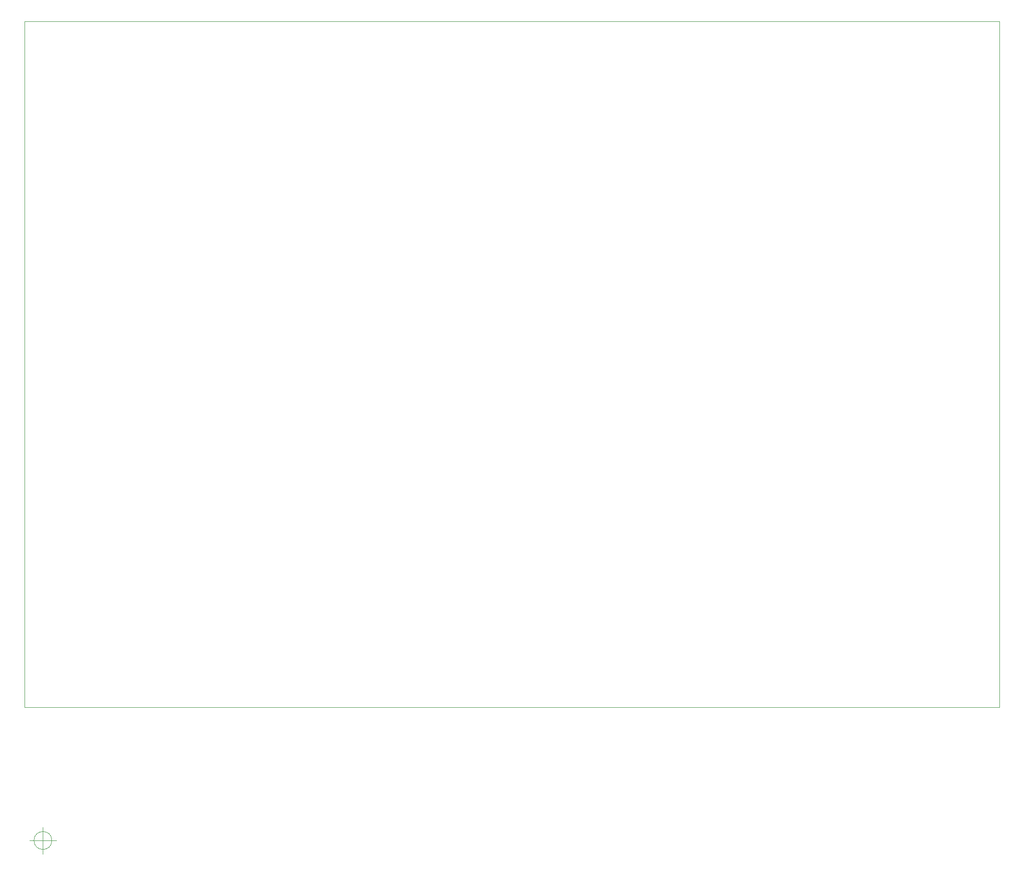
<source format=gbr>
%TF.GenerationSoftware,KiCad,Pcbnew,7.0.5*%
%TF.CreationDate,2023-12-07T16:06:55+01:00*%
%TF.ProjectId,Z80-Backplane,5a38302d-4261-4636-9b70-6c616e652e6b,rev?*%
%TF.SameCoordinates,Original*%
%TF.FileFunction,Profile,NP*%
%FSLAX46Y46*%
G04 Gerber Fmt 4.6, Leading zero omitted, Abs format (unit mm)*
G04 Created by KiCad (PCBNEW 7.0.5) date 2023-12-07 16:06:55*
%MOMM*%
%LPD*%
G01*
G04 APERTURE LIST*
%TA.AperFunction,Profile*%
%ADD10C,0.100000*%
%TD*%
G04 APERTURE END LIST*
D10*
X228000000Y-47400000D02*
X228000000Y-175200000D01*
X46600000Y-47400000D02*
X46600000Y-111200000D01*
X46600000Y-111200000D02*
X46600000Y-175200000D01*
X46600000Y-175200000D02*
X228000000Y-175200000D01*
X228000000Y-47400000D02*
X46600000Y-47400000D01*
X51666666Y-200000000D02*
G75*
G03*
X51666666Y-200000000I-1666666J0D01*
G01*
X47500000Y-200000000D02*
X52500000Y-200000000D01*
X50000000Y-197500000D02*
X50000000Y-202500000D01*
M02*

</source>
